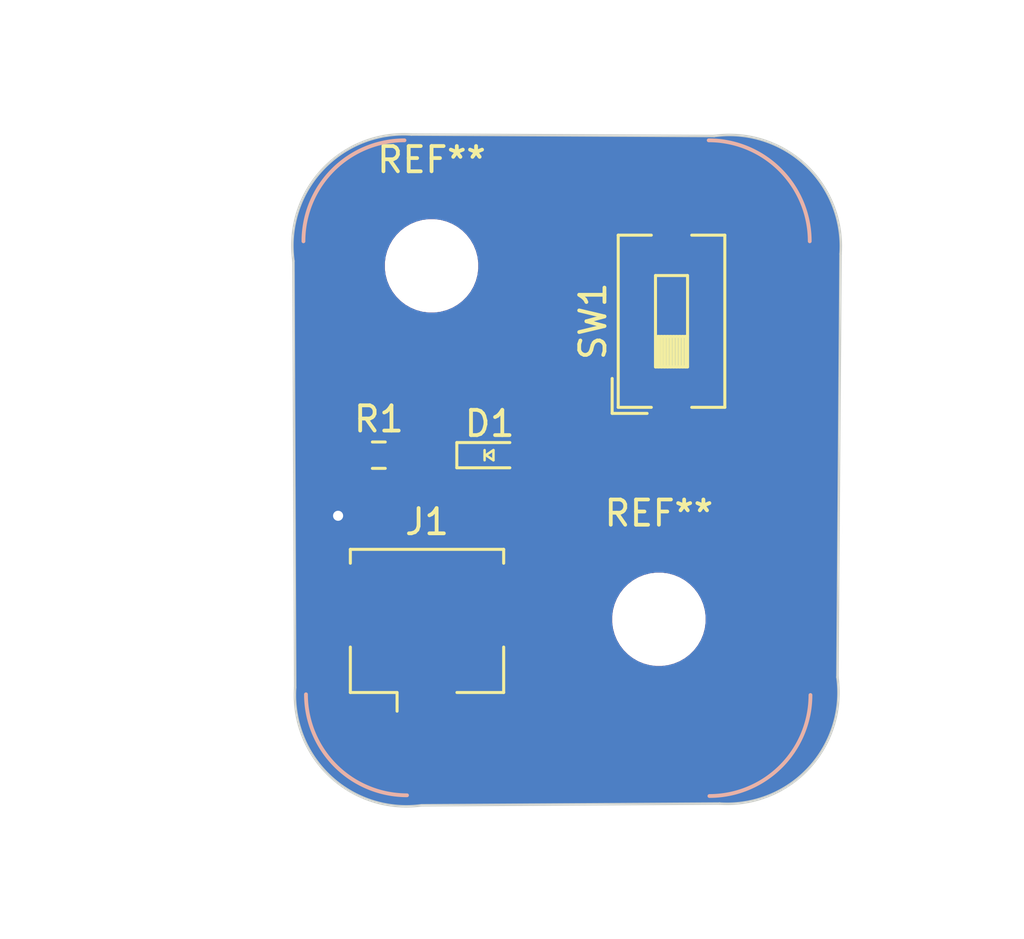
<source format=kicad_pcb>
(kicad_pcb (version 20240108) (generator "pcbnew") (generator_version "8.0")
  (title_block (title "LED Project") (date "2024-09-18") (rev "1.0") (company "Illini Solar Car") (comment 1 "Christine Huang"))
  (layers (0 "F.Cu" signal) (31 "B.Cu" signal) (34 "B.Paste" user) (35 "F.Paste" user) (36 "B.SilkS" user "B.Silkscreen") (37 "F.SilkS" user "F.Silkscreen") (38 "B.Mask" user) (39 "F.Mask" user) (44 "Edge.Cuts" user))
  (net 0 "")
  (net 1 "Net-(D1-A)")
  (net 2 "GND")
  (net 3 "+3V3")
  (net 4 "Net-(R1-Pad1)")
  (footprint "MountingHole:MountingHole_3.2mm_M3" (layer "F.Cu") (at 176 102)
    (property "Reference" "REF**" (at 0 -4.2 0) (layer "F.SilkS"))
    (property "Value" "MountingHole_3.2mm_M3")
    (pad "" np_thru_hole circle (at 0 0) (size 3.2 3.2) (drill 3.2) (layers "*.Cu" "*.Mask"))
  )
  (footprint "MountingHole:MountingHole_3.2mm_M3" (layer "F.Cu") (at 167 88)
    (property "Reference" "REF**" (at 0 -4.2 0) (layer "F.SilkS"))
    (property "Value" "MountingHole_3.2mm_M3")
    (pad "" np_thru_hole circle (at 0 0) (size 3.2 3.2) (drill 3.2) (layers "*.Cu" "*.Mask"))
  )
  (footprint "Connector_Molex:Molex_CLIK-Mate_502382-0270_1x02-1MP_P1.25mm_Vertical" (layer "F.Cu") (at 166.82 102.84)
    (property "Reference" "J1" (at 0 -4.7 0) (layer "F.SilkS"))
    (property "Value" "Conn_01x02")
    (fp_line (start -3.035 -3.61) (end 3.035 -3.61) (stroke (width 0.12)) (layer "F.SilkS"))
    (fp_line (start -3.035 -3.06) (end -3.035 -3.61) (stroke (width 0.12)) (layer "F.SilkS"))
    (fp_line (start -3.035 0.26) (end -3.035 2.06) (stroke (width 0.12)) (layer "F.SilkS"))
    (fp_line (start -3.035 2.06) (end -1.185 2.06) (stroke (width 0.12)) (layer "F.SilkS"))
    (fp_line (start -1.185 2.06) (end -1.185 2.8) (stroke (width 0.12)) (layer "F.SilkS"))
    (fp_line (start 3.035 -3.61) (end 3.035 -3.06) (stroke (width 0.12)) (layer "F.SilkS"))
    (fp_line (start 3.035 0.26) (end 3.035 2.06) (stroke (width 0.12)) (layer "F.SilkS"))
    (fp_line (start 3.035 2.06) (end 1.185 2.06) (stroke (width 0.12)) (layer "F.SilkS"))
    (pad "1" smd roundrect (at -0.625 1.95) (size 0.6 1.7) (layers "F.Cu" "F.Paste" "F.Mask") (net 2 "GND"))
    (pad "2" smd roundrect (at 0.625 1.95) (size 0.6 1.7) (layers "F.Cu" "F.Paste" "F.Mask") (net 3 "+3V3"))
    (pad "MP" smd roundrect (at -2.475 -1.4) (size 1 2.8) (layers "F.Cu" "F.Paste" "F.Mask"))
    (pad "MP" smd roundrect (at 2.475 -1.4) (size 1 2.8) (layers "F.Cu" "F.Paste" "F.Mask"))
  )
  (footprint "layout:LED_0603_Symbol_on_F.SilkS" (layer "F.Cu") (at 169.3 95.5)
    (property "Reference" "D1" (at 0 -1.25 0) (layer "F.SilkS"))
    (property "Value" "LED_RED")
    (fp_line (start -1.3 -0.5) (end -1.3 0.5) (stroke (width 0.12)) (layer "F.SilkS"))
    (fp_line (start -1.3 -0.5) (end 0.8 -0.5) (stroke (width 0.12)) (layer "F.SilkS"))
    (fp_line (start -1.3 0.5) (end 0.8 0.5) (stroke (width 0.12)) (layer "F.SilkS"))
    (fp_line (start -0.2 -0.2) (end -0.2 0.2) (stroke (width 0.1)) (layer "F.SilkS"))
    (fp_line (start -0.15 0) (end 0.15 -0.2) (stroke (width 0.1)) (layer "F.SilkS"))
    (fp_line (start 0.15 -0.2) (end 0.15 0.2) (stroke (width 0.1)) (layer "F.SilkS"))
    (fp_line (start 0.15 0.2) (end -0.15 0) (stroke (width 0.1)) (layer "F.SilkS"))
    (pad "1" smd rect (at -0.8 0 180) (size 0.8 0.8) (layers "F.Cu" "F.Paste" "F.Mask") (net 2 "GND"))
    (pad "2" smd rect (at 0.8 0 180) (size 0.8 0.8) (layers "F.Cu" "F.Paste" "F.Mask") (net 1 "Net-(D1-A)"))
  )
  (footprint "Button_Switch_SMD:SW_DIP_SPSTx01_Slide_6.7x4.1mm_W8.61mm_P2.54mm_LowProfile" (layer "F.Cu") (at 176.5 90.195 90)
    (property "Reference" "SW1" (at 0 -3.11 90) (layer "F.SilkS"))
    (property "Value" "SW_Push")
    (fp_line (start -3.65 -2.35) (end -2.267 -2.35) (stroke (width 0.12)) (layer "F.SilkS"))
    (fp_line (start -3.65 -2.35) (end -3.65 -0.967) (stroke (width 0.12)) (layer "F.SilkS"))
    (fp_line (start 3.41 -2.11) (end 3.41 -0.8) (stroke (width 0.12)) (layer "F.SilkS"))
    (fp_line (start -3.41 -2.11) (end 3.41 -2.11) (stroke (width 0.12)) (layer "F.SilkS"))
    (fp_line (start -3.41 -2.11) (end -3.41 -0.8) (stroke (width 0.12)) (layer "F.SilkS"))
    (fp_line (start 1.81 -0.635) (end -1.81 -0.635) (stroke (width 0.12)) (layer "F.SilkS"))
    (fp_line (start -0.603333 -0.635) (end -0.603333 0.635) (stroke (width 0.12)) (layer "F.SilkS"))
    (fp_line (start -1.81 -0.635) (end -1.81 0.635) (stroke (width 0.12)) (layer "F.SilkS"))
    (fp_line (start -1.81 -0.515) (end -0.603333 -0.515) (stroke (width 0.12)) (layer "F.SilkS"))
    (fp_line (start -1.81 -0.395) (end -0.603333 -0.395) (stroke (width 0.12)) (layer "F.SilkS"))
    (fp_line (start -1.81 -0.275) (end -0.603333 -0.275) (stroke (width 0.12)) (layer "F.SilkS"))
    (fp_line (start -1.81 -0.155) (end -0.603333 -0.155) (stroke (width 0.12)) (layer "F.SilkS"))
    (fp_line (start -1.81 -0.035) (end -0.603333 -0.035) (stroke (width 0.12)) (layer "F.SilkS"))
    (fp_line (start -1.81 0.085) (end -0.603333 0.085) (stroke (width 0.12)) (layer "F.SilkS"))
    (fp_line (start -1.81 0.205) (end -0.603333 0.205) (stroke (width 0.12)) (layer "F.SilkS"))
    (fp_line (start -1.81 0.325) (end -0.603333 0.325) (stroke (width 0.12)) (layer "F.SilkS"))
    (fp_line (start -1.81 0.445) (end -0.603333 0.445) (stroke (width 0.12)) (layer "F.SilkS"))
    (fp_line (start -1.81 0.565) (end -0.603333 0.565) (stroke (width 0.12)) (layer "F.SilkS"))
    (fp_line (start 1.81 0.635) (end 1.81 -0.635) (stroke (width 0.12)) (layer "F.SilkS"))
    (fp_line (start -1.81 0.635) (end 1.81 0.635) (stroke (width 0.12)) (layer "F.SilkS"))
    (fp_line (start 3.41 0.8) (end 3.41 2.11) (stroke (width 0.12)) (layer "F.SilkS"))
    (fp_line (start -3.41 0.8) (end -3.41 2.11) (stroke (width 0.12)) (layer "F.SilkS"))
    (fp_line (start -3.41 2.11) (end 3.41 2.11) (stroke (width 0.12)) (layer "F.SilkS"))
    (pad "1" smd rect (at -4.305 0 90) (size 2.44 1.12) (layers "F.Cu" "F.Paste" "F.Mask") (net 3 "+3V3"))
    (pad "2" smd rect (at 4.305 0 90) (size 2.44 1.12) (layers "F.Cu" "F.Paste" "F.Mask") (net 4 "Net-(R1-Pad1)"))
  )
  (footprint "Resistor_SMD:R_0603_1608Metric_Pad0.98x0.95mm_HandSolder" (layer "F.Cu") (at 164.9125 95.5)
    (property "Reference" "R1" (at 0 -1.43 0) (layer "F.SilkS"))
    (property "Value" "105")
    (fp_line (start -0.254724 -0.5225) (end 0.254724 -0.5225) (stroke (width 0.12)) (layer "F.SilkS"))
    (fp_line (start -0.254724 0.5225) (end 0.254724 0.5225) (stroke (width 0.12)) (layer "F.SilkS"))
    (pad "1" smd roundrect (at -0.9125 0) (size 0.975 0.95) (layers "F.Cu" "F.Paste" "F.Mask") (net 4 "Net-(R1-Pad1)"))
    (pad "2" smd roundrect (at 0.9125 0) (size 0.975 0.95) (layers "F.Cu" "F.Paste" "F.Mask") (net 1 "Net-(D1-A)"))
  )
  (gr_line (start 182 87) (end 182 105.3) (stroke (width 0.2)) (layer "F.Cu"))
  (gr_line (start 178.2 83) (end 165.7 83) (stroke (width 0.2)) (layer "F.Cu"))
  (gr_line (start 162 86.8) (end 162 105.5) (stroke (width 0.2)) (layer "F.Cu"))
  (gr_line (start 165.7 109) (end 178.5 109) (stroke (width 0.2)) (layer "F.Cu"))
  (gr_arc (start 177.971573 83.028427) (mid 180.8 84.2) (end 181.971573 87.028427) (stroke (width 0.15)) (layer "B.SilkS"))
  (gr_arc (start 161.928427 87.028427) (mid 163.1 84.2) (end 165.928427 83.028427) (stroke (width 0.15)) (layer "B.SilkS"))
  (gr_arc (start 182 105) (mid 180.828427 107.828427) (end 178 109) (stroke (width 0.15)) (layer "B.SilkS"))
  (gr_arc (start 166.028427 108.971573) (mid 163.2 107.8) (end 162.028427 104.971573) (stroke (width 0.15)) (layer "B.SilkS"))
  (gr_line (start 178.4 109.3) (end 166.606706 109.368284) (stroke (width 0.1)) (layer "Edge.Cuts"))
  (gr_arc (start 161.531716 87.806706) (mid 162.674398 84.192428) (end 166.2 82.8) (stroke (width 0.1)) (layer "Edge.Cuts"))
  (gr_arc (start 178.185722 82.857318) (mid 181.8 84) (end 183.192428 87.525602) (stroke (width 0.1)) (layer "Edge.Cuts"))
  (gr_line (start 161.6 104.7) (end 161.531716 87.806706) (stroke (width 0.1)) (layer "Edge.Cuts"))
  (gr_line (start 183.192428 87.525602) (end 183.068284 104.293294) (stroke (width 0.1)) (layer "Edge.Cuts"))
  (gr_arc (start 166.606706 109.368284) (mid 162.992428 108.225602) (end 161.6 104.7) (stroke (width 0.1)) (layer "Edge.Cuts"))
  (gr_line (start 166.2 82.8) (end 178.185722 82.857318) (stroke (width 0.1)) (layer "Edge.Cuts"))
  (gr_arc (start 183.068284 104.293294) (mid 181.925602 107.907572) (end 178.4 109.3) (stroke (width 0.1)) (layer "Edge.Cuts"))
  (segment (start 170.1 94.5) (end 170.1 95.5) (width 0.25) (layer "F.Cu") (net 1))
  (segment (start 165.825 95.5) (end 165.825 94.225) (width 0.25) (layer "F.Cu") (net 1))
  (segment (start 165.825 94.225) (end 165.8 94.2) (width 0.25) (layer "F.Cu") (net 1))
  (segment (start 165.8 94.2) (end 166.5 93.5) (width 0.25) (layer "F.Cu") (net 1))
  (segment (start 169.1 93.5) (end 170.1 94.5) (width 0.25) (layer "F.Cu") (net 1))
  (segment (start 166.5 93.5) (end 169.1 93.5) (width 0.25) (layer "F.Cu") (net 1))
  (segment (start 168.5 96) (end 168.1 96.4) (width 0.25) (layer "F.Cu") (net 2))
  (segment (start 168.1 96.4) (end 163.8 96.4) (width 0.25) (layer "F.Cu") (net 2))
  (segment (start 163.3 96.9) (end 163.3 97.9) (width 0.25) (layer "F.Cu") (net 2))
  (segment (start 168.5 95.5) (end 168.5 96) (width 0.25) (layer "F.Cu") (net 2))
  (segment (start 163.8 96.4) (end 163.3 96.9) (width 0.25) (layer "F.Cu") (net 2))
  (via (at 163.3 97.9) (size 0.8) (drill 0.4) (layers "F.Cu" "B.Cu") (net 2))
  (segment (start 164.7 92.6) (end 164.6 92.6) (width 0.25) (layer "F.Cu") (net 4))
  (segment (start 164.6 92.6) (end 164 93.2) (width 0.25) (layer "F.Cu") (net 4))
  (segment (start 168.7 92.2) (end 165.1 92.2) (width 0.25) (layer "F.Cu") (net 4))
  (segment (start 165.1 92.2) (end 164.7 92.6) (width 0.25) (layer "F.Cu") (net 4))
  (segment (start 176.5 85.89) (end 175.01 85.89) (width 0.25) (layer "F.Cu") (net 4))
  (segment (start 175.01 85.89) (end 168.7 92.2) (width 0.25) (layer "F.Cu") (net 4))
  (segment (start 164 93.2) (end 164 95.5) (width 0.25) (layer "F.Cu") (net 4))
  (zone (net 3) (net_name "+3V3") (layer "F.Cu") (connect_pads (clearance 0.508)) (min_thickness 0.25) (fill yes (thermal_gap 0.5) (thermal_bridge_width 0.5))
    (polygon (pts (xy 159.9 82.2) (xy 183.2 82.1) (xy 183.3 109.4) (xy 159.8 109.7)))
  )
  (zone (net 2) (net_name "GND") (layer "B.Cu") (priority 1) (connect_pads (clearance 0.508)) (min_thickness 0.25) (fill yes (thermal_gap 0.5) (thermal_bridge_width 0.5))
    (polygon (pts (xy 159.9 82.3) (xy 183.3 82.2) (xy 183.3 109.2) (xy 159.7 109.6)))
  )
)
</source>
